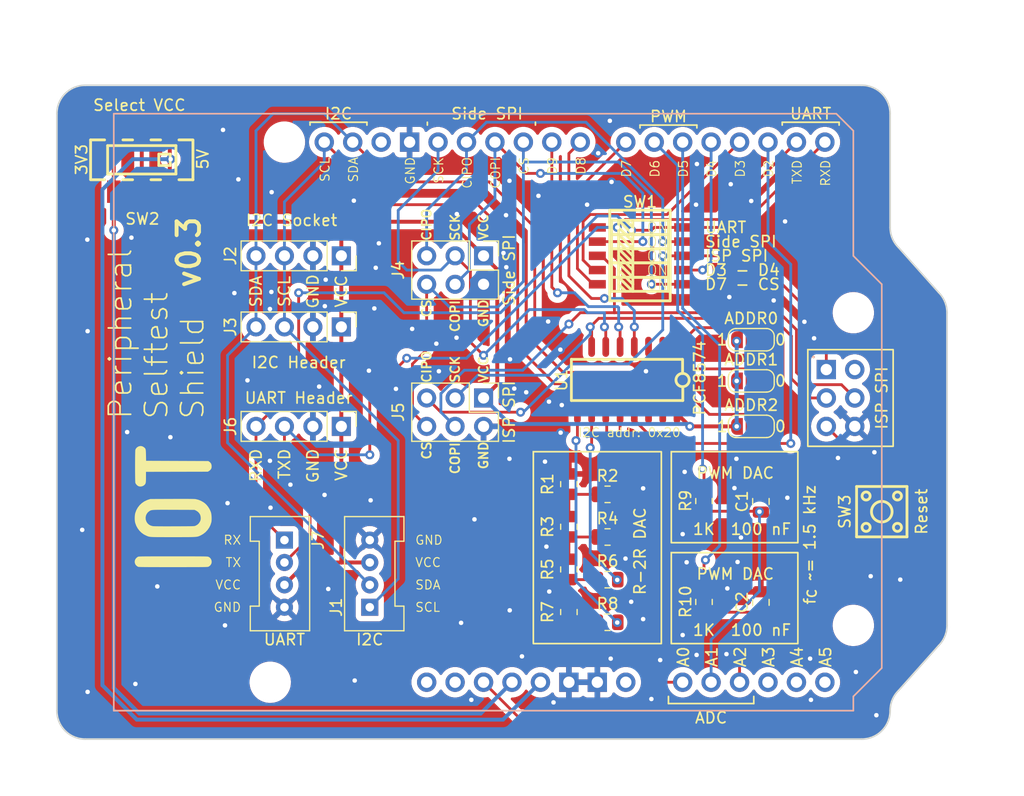
<source format=kicad_pcb>
(kicad_pcb (version 20221018) (generator pcbnew)
  (layers (0 "F.Cu" signal) (31 "B.Cu" signal) (34 "B.Paste" user) (35 "F.Paste" user) (36 "B.SilkS" user "B.Silkscreen") (37 "F.SilkS" user "F.Silkscreen") (38 "B.Mask" user) (39 "F.Mask" user) (44 "Edge.Cuts" user))
  (net 0 "")
  (net 1 "GND")
  (net 2 "/IOEXT_ADDR0")
  (net 3 "VCC")
  (net 4 "/IOEXT_ADDR1")
  (net 5 "/IOEXT_ADDR2")
  (net 6 "Net-(R1-Pad2)")
  (net 7 "/A2")
  (net 8 "Net-(R3-Pad2)")
  (net 9 "/R-2R_3")
  (net 10 "Net-(R5-Pad2)")
  (net 11 "/R-2R_2")
  (net 12 "/A0")
  (net 13 "/R-2R_1")
  (net 14 "/R-2R_0")
  (net 15 "/PWM0")
  (net 16 "/PWM1")
  (net 17 "/A5")
  (net 18 "/A1")
  (net 19 "/D9")
  (net 20 "/TXD")
  (net 21 "/RXD")
  (net 22 "/COPI_0")
  (net 23 "/CIPO_0")
  (net 24 "/COPI_1")
  (net 25 "/CIPO_1")
  (net 26 "/D3")
  (net 27 "/D8")
  (net 28 "/CS")
  (net 29 "/D4")
  (net 30 "+3.3V")
  (net 31 "+5V")
  (net 32 "/RST")
  (net 33 "/D7")
  (net 34 "/A4")
  (net 35 "/IOEXT_INT")
  (net 36 "/SCL")
  (net 37 "/SDA")
  (net 39 "/SCK_0")
  (net 41 "/SCK_1")
  (net 43 "/A3")
  (footprint "Custom Footprints:grove_uart" (layer "F.Cu") (at 106.68 86.82 -90)
    (fp_text reference "J7")
    (fp_text value "UART Grove")
  )
  (footprint "Resistor_SMD:R_0805_2012Metric" (layer "F.Cu") (at 135.5325 83.5425)
    (fp_text reference "R4")
    (fp_text value "20K" hide)
  )
  (footprint "Custom Footprints:SOIC-16_L9.9-W3.9-P1.27-LS6.0-BL-1" (layer "F.Cu") (at 137.282 69.518 180)
    (fp_text reference "U1")
    (fp_text value "PCF8574")
  )
  (footprint "Resistor_SMD:R_0805_2012Metric" (layer "F.Cu") (at 132.08 82.63 -90)
    (fp_text reference "R3")
    (fp_text value "10K" hide)
  )
  (footprint "Custom Footprints:RIOT-Logo" (layer "F.Cu") (at 96.774 83.312 90)
    (fp_text reference "G***" hide)
    (fp_text value "RIOT-Logo" hide)
  )
  (footprint "Connector_PinHeader_2.54mm:PinHeader_1x04_P2.54mm_Vertical" (layer "F.Cu") (at 111.76 64.77 -90)
    (fp_text reference "J3")
    (fp_text value "I2C Header")
  )
  (footprint "Custom Footprints:Arduino_Uno_R3_Shield" (layer "F.Cu") (at 91.44 99.06)
    (fp_text reference "XA1" hide)
    (fp_text value "Arduino_Uno_R3_Shield")
  )
  (footprint "Resistor_SMD:R_0805_2012Metric" (layer "F.Cu") (at 132.08 78.82 -90)
    (fp_text reference "R1")
    (fp_text value "20K" hide)
  )
  (footprint "Resistor_SMD:R_0805_2012Metric" (layer "F.Cu") (at 135.5325 87.3525)
    (fp_text reference "R6")
    (fp_text value "20K" hide)
  )
  (footprint "Resistor_SMD:R_0805_2012Metric" (layer "F.Cu") (at 132.08 86.44 -90)
    (fp_text reference "R5")
    (fp_text value "10K" hide)
  )
  (footprint "Connector_PinHeader_2.54mm:PinHeader_2x03_P2.54mm_Vertical" (layer "F.Cu") (at 124.46 71.12 -90)
    (fp_text reference "J5")
    (fp_text value "ISP SPI")
  )
  (footprint "Custom Footprints:grove_i2c" (layer "F.Cu") (at 114.3 86.82 90)
    (fp_text reference "J1")
    (fp_text value "I2C Grove")
  )
  (footprint "Custom Footprints:SW-SMD_10P_DSHP05TSGET" (layer "F.Cu") (at 138.43 58.42 90)
    (fp_text reference "SW1")
    (fp_text value "DSHP05TSGER")
  )
  (footprint "Resistor_SMD:R_0805_2012Metric" (layer "F.Cu") (at 135.5325 91.1625)
    (fp_text reference "R8")
    (fp_text value "20K" hide)
  )
  (footprint "Custom Footprints:SW-TH_K3-2235S-L1" (layer "F.Cu") (at 93.94 49.84 180)
    (fp_text reference "SW2")
    (fp_text value "K3-2235S-L1")
  )
  (footprint "Jumper:SolderJumper-3_P1.3mm_Bridged12_RoundedPad1.0x1.5mm_NumberLabels" (layer "F.Cu") (at 148.366 69.596 180)
    (fp_text reference "JP2" hide)
    (fp_text value "ADDR1")
  )
  (footprint "Connector_PinHeader_2.54mm:PinHeader_1x04_P2.54mm_Vertical" (layer "F.Cu") (at 111.76 73.66 -90)
    (fp_text reference "J6")
    (fp_text value "UART Header")
  )
  (footprint "Connector_PinHeader_2.54mm:PinHeader_2x03_P2.54mm_Vertical" (layer "F.Cu") (at 124.46 58.42 -90)
    (fp_text reference "J4")
    (fp_text value "Side SPI")
  )
  (footprint "Resistor_SMD:R_0805_2012Metric" (layer "F.Cu") (at 144.145 89.347 -90)
    (fp_text reference "R10")
    (fp_text value "1K")
  )
  (footprint "Resistor_SMD:R_0805_2012Metric" (layer "F.Cu") (at 144.145 80.33 -90)
    (fp_text reference "R9")
    (fp_text value "1K")
  )
  (footprint "Connector_PinSocket_2.54mm:PinSocket_1x04_P2.54mm_Vertical" (layer "F.Cu") (at 111.76 58.42 -90)
    (fp_text reference "J2")
    (fp_text value "I2C Socket")
  )
  (footprint "Jumper:SolderJumper-3_P1.3mm_Bridged12_RoundedPad1.0x1.5mm_NumberLabels" (layer "F.Cu") (at 148.366 73.66 180)
    (fp_text reference "JP3" hide)
    (fp_text value "ADDR2")
  )
  (footprint "Resistor_SMD:R_0805_2012Metric" (layer "F.Cu") (at 135.5325 79.7325)
    (fp_text reference "R2")
    (fp_text value "20K" hide)
  )
  (footprint "Capacitor_SMD:C_0805_2012Metric" (layer "F.Cu") (at 149.225 89.3845 90)
    (fp_text reference "C2")
    (fp_text value "100 nF")
  )
  (footprint "Resistor_SMD:R_0805_2012Metric" (layer "F.Cu") (at 132.08 90.25 -90)
    (fp_text reference "R7")
    (fp_text value "10K" hide)
  )
  (footprint "Custom Footprints:SW-SMD_4P-L4.5-W4.5-P3.00-LS6.8" (layer "F.Cu") (at 160.02 81.28 90)
    (fp_text reference "SW3")
    (fp_text value "Reset")
  )
  (footprint "Capacitor_SMD:C_0805_2012Metric" (layer "F.Cu") (at 149.225 80.3675 90)
    (fp_text reference "C1")
    (fp_text value "100 nF")
  )
  (footprint "Jumper:SolderJumper-3_P1.3mm_Bridged12_RoundedPad1.0x1.5mm_NumberLabels" (layer "F.Cu") (at 148.366 65.913 180)
    (fp_text reference "JP1" hide)
    (fp_text value "ADDR0")
  )
  (gr_line (start 143.51 46.736) (end 143.51 46.99) (stroke (width 0.15)) (layer "F.SilkS"))
  (gr_line (start 138.43 46.99) (end 138.43 46.736) (stroke (width 0.15)) (layer "F.SilkS"))
  (gr_line (start 140.97 97.79) (end 140.97 98.425) (stroke (width 0.15)) (layer "F.SilkS"))
  (gr_rect (start 141.224 84.9395) (end 152.527 93.0675) (stroke (width 0.15)) (fill none) (layer "F.SilkS"))
  (gr_rect (start 141.224 75.9225) (end 152.527 84.0505) (stroke (width 0.15)) (fill none) (layer "F.SilkS"))
  (gr_line (start 129.093 46.482) (end 129.093 46.736) (stroke (width 0.15)) (layer "F.SilkS"))
  (gr_line (start 151.13 46.482) (end 156.21 46.482) (stroke (width 0.15)) (layer "F.SilkS"))
  (gr_line (start 119.441 46.736) (end 119.441 46.482) (stroke (width 0.15)) (layer "F.SilkS"))
  (gr_rect (start 153.416 66.802) (end 161.036 75.438) (stroke (width 0.15)) (fill none) (layer "F.SilkS"))
  (gr_line (start 156.21 46.482) (end 156.21 46.736) (stroke (width 0.15)) (layer "F.SilkS"))
  (gr_rect (start 128.905 75.9225) (end 140.335 93.0675) (stroke (width 0.15)) (fill none) (layer "F.SilkS"))
  (gr_line (start 108.966 46.736) (end 108.966 46.482) (stroke (width 0.15)) (layer "F.SilkS"))
  (gr_line (start 151.13 46.736) (end 151.13 46.482) (stroke (width 0.15)) (layer "F.SilkS"))
  (gr_line (start 148.59 98.425) (end 148.59 97.79) (stroke (width 0.15)) (layer "F.SilkS"))
  (gr_line (start 140.97 98.425) (end 148.59 98.425) (stroke (width 0.15)) (layer "F.SilkS"))
  (gr_line (start 108.966 46.482) (end 114.046 46.482) (stroke (width 0.15)) (layer "F.SilkS"))
  (gr_line (start 114.046 46.482) (end 114.046 46.736) (stroke (width 0.15)) (layer "F.SilkS"))
  (gr_line (start 138.43 46.736) (end 143.51 46.736) (stroke (width 0.15)) (layer "F.SilkS"))
  (gr_line (start 165.1 93.236051) (end 161.507898 97.263949) (stroke (width 0.15)) (layer "Edge.Cuts"))
  (gr_arc (start 160.763949 99.06) (mid 160.957295 98.087984) (end 161.507898 97.263949) (stroke (width 0.15)) (layer "Edge.Cuts"))
  (gr_line (start 88.9 43.18) (end 158.223949 43.18) (stroke (width 0.15)) (layer "Edge.Cuts"))
  (gr_line (start 86.36 99.06) (end 86.36 45.72) (stroke (width 0.15)) (layer "Edge.Cuts"))
  (gr_line (start 161.507898 57.676051) (end 165.1 61.703949) (stroke (width 0.15)) (layer "Edge.Cuts"))
  (gr_arc (start 165.843949 91.44) (mid 165.650603 92.412016) (end 165.1 93.236051) (stroke (width 0.15)) (layer "Edge.Cuts"))
  (gr_arc (start 160.763949 99.06) (mid 160.02 100.856051) (end 158.223949 101.6) (stroke (width 0.15)) (layer "Edge.Cuts"))
  (gr_arc (start 86.36 45.72) (mid 87.103949 43.923949) (end 88.9 43.18) (stroke (width 0.15)) (layer "Edge.Cuts"))
  (gr_arc (start 158.223949 43.18) (mid 160.02 43.923949) (end 160.763949 45.72) (stroke (width 0.15)) (layer "Edge.Cuts"))
  (gr_arc (start 165.1 61.703949) (mid 165.650603 62.527984) (end 165.843949 63.5) (stroke (width 0.15)) (layer "Edge.Cuts"))
  (gr_line (start 158.223949 101.6) (end 88.9 101.6) (stroke (width 0.15)) (layer "Edge.Cuts"))
  (gr_arc (start 161.507898 57.676051) (mid 160.957295 56.852016) (end 160.763949 55.88) (stroke (width 0.15)) (layer "Edge.Cuts"))
  (gr_line (start 165.843949 63.5) (end 165.843949 91.44) (stroke (width 0.15)) (layer "Edge.Cuts"))
  (gr_line (start 160.763949 55.88) (end 160.763949 45.72) (stroke (width 0.15)) (layer "Edge.Cuts"))
  (gr_arc (start 88.9 101.6) (mid 87.103949 100.856051) (end 86.36 99.06) (stroke (width 0.15)) (layer "Edge.Cuts"))
  (gr_text "v0.3" (at 99.314 61.468 90) (layer "F.SilkS") (effects (font (size 2 2) (thickness 0.35) bold) (justify left bottom)))
  (gr_text "CS" (at 119.38 74.93 90) (layer "F.SilkS") (effects (font (size 0.8 0.8) (thickness 0.16) bold) (justify right)))
  (gr_text "D5" (at 142.301 49.784 90) (layer "F.SilkS") (effects (font (size 0.8 0.8) (thickness 0.1)) (justify right)))
  (gr_text "CS" (at 119.38 62.23 90) (layer "F.SilkS") (effects (font (size 0.8 0.8) (thickness 0.16) bold) (justify right)))
  (gr_text "CIPO" (at 122.997 49.53 90) (layer "F.SilkS") (effects (font (size 0.8 0.8) (thickness 0.1)) (justify right)))
  (gr_text "GND" (at 124.46 62.23 90) (layer "F.SilkS") (effects (font (size 0.8 0.8) (thickness 0.16) bold) (justify right)))
  (gr_text "VCC" (at 124.46 57.09 90) (layer "F.SilkS") (effects (font (size 0.8 0.8) (thickness 0.16) bold) (justify left)))
  (gr_text "COPI" (at 121.92 62.29 90) (layer "F.SilkS") (effects (font (size 0.8 0.8) (thickness 0.16) bold) (justify right)))
  (gr_text "D8" (at 133.157 49.53 90) (layer "F.SilkS") (effects (font (size 0.8 0.8) (thickness 0.1)) (justify right)))
  (gr_text "VCC" (at 111.76 61.595 90) (layer "F.SilkS") (effects (font (size 1 1))))
  (gr_text "5V" (at 98.806 49.784 90) (layer "F.SilkS") (effects (font (size 1 1)) (justify top)))
  (gr_text "ISP SPI" (at 144.145 58.42) (layer "F.SilkS") (effects (font (size 1 1)) (justify left)))
  (gr_text "GND" (at 109.22 75.565 90) (layer "F.SilkS") (effects (font (size 1 1)) (justify right)))
  (gr_text "CIPO" (at 119.38 69.85 90) (layer "F.SilkS") (effects (font (size 0.8 0.8) (thickness 0.16) bold) (justify left)))
  (gr_text "D6" (at 139.761 49.784 90) (layer "F.SilkS") (effects (font (size 0.8 0.8) (thickness 0.1)) (justify right)))
  (gr_text "CIPO" (at 119.38 57.15 90) (layer "F.SilkS") (effects (font (size 0.8 0.8) (thickness 0.16) bold) (justify left)))
  (gr_text "SCL" (at 106.68 61.595 90) (layer "F.SilkS") (effects (font (size 1 1))))
  (gr_text "D2" (at 149.921 49.784 90) (layer "F.SilkS") (effects (font (size 0.8 0.8) (thickness 0.1)) (justify right)))
  (gr_text "SDA" (at 104.14 61.595 90) (layer "F.SilkS") (effects (font (size 1 1))))
  (gr_text "3V3" (at 89.154 49.81 90) (layer "F.SilkS") (effects (font (size 1 1)) (justify bottom)))
  (gr_text "Select VCC" (at 93.726 44.958) (layer "F.SilkS") (effects (font (size 1 1))))
  (gr_text "I2C" (at 111.506 45.72) (layer "F.SilkS") (effects (font (size 1 1))))
  (gr_text "A4" (at 152.461 95.25 90) (layer "F.SilkS") (effects (font (size 1 1)) (justify left)))
  (gr_text "SCK" (at 121.92 57.15 90) (layer "F.SilkS") (effects (font (size 0.8 0.8) (thickness 0.16) bold) (justify left)))
  (gr_text "RXD" (at 155.001 49.784 90) (layer "F.SilkS") (effects (font (size 0.8 0.8) (thickness 0.1)) (justify right)))
  (gr_text "Peripheral\nSelftest\nShield" (at 95.25 73.152 90) (layer "F.SilkS") (effects (font (size 2 2)) (justify left)))
  (gr_text "PWM DAC" (at 146.939 86.8445) (layer "F.SilkS") (effects (font (size 1 1))))
  (gr_text "R-2R DAC" (at 138.43 84.8125 90) (layer "F.SilkS") (effects (font (size 1 1))))
  (gr_text "VCC" (at 111.76 75.565 90) (layer "F.SilkS") (effects (font (size 1 1)) (justify right)))
  (gr_text "RXD" (at 104.14 75.565 90) (layer "F.SilkS") (effects (font (size 1 1)) (justify right)))
  (gr_text "A5" (at 155.001 95.25 90) (layer "F.SilkS") (effects (font (size 1 1)) (justify left)))
  (gr_text "CS" (at 128.077 49.53 90) (layer "F.SilkS") (effects (font (size 0.8 0.8) (thickness 0.1)) (justify right)))
  (gr_text "A1" (at 144.841 95.25 90) (layer "F.SilkS") (effects (font (size 1 1)) (justify left)))
  (gr_text "D3 - D4" (at 144.145 59.69) (layer "F.SilkS") (effects (font (size 1 1)) (justify left)))
  (gr_text "D9" (at 130.617 49.53 90) (layer "F.SilkS") (effects (font (size 0.8 0.8) (thickness 0.1)) (justify right)))
  (gr_text "ADC" (at 144.78 99.695) (layer "F.SilkS") (effects (font (size 1 1))))
  (gr_text "PWM DAC" (at 146.939 77.8275) (layer "F.SilkS") (effects (font (size 1 1))))
  (gr_text "D3" (at 147.381 49.784 90) (layer "F.SilkS") (effects (font (size 0.8 0.8) (thickness 0.1)) (justify right)))
  (gr_text "SCL" (at 110.297 49.53 90) (layer "F.SilkS") (effects (font (size 0.8 0.8) (thickness 0.1)) (justify right)))
  (gr_text "I2C addr: 0x20" (at 132.842 74.676) (layer "F.SilkS") (effects (font (size 0.8 0.8) (thickness 0.1)) (justify left bottom)))
  (gr_text "VCC" (at 124.46 69.79 90) (layer "F.SilkS") (effects (font (size 0.8 0.8) (thickness 0.16) bold) (justify left)))
  (gr_text "A0" (at 142.301 95.25 90) (layer "F.SilkS") (effects (font (size 1 1)) (justify left)))
  (gr_text "D7" (at 137.221 49.784 90) (layer "F.SilkS") (effects (font (size 0.8 0.8) (thickness 0.1)) (justify right)))
  (gr_text "UART" (at 153.67 45.72) (layer "F.SilkS") (effects (font (size 1 1))))
  (gr_text "A2" (at 147.381 95.25 90) (layer "F.SilkS") (effects (font (size 1 1)) (justify left)))
  (gr_text "UART" (at 144.145 55.88) (layer "F.SilkS") (effects (font (size 1 1)) (justify left)))
  (gr_text "Side SPI" (at 124.775 45.72) (layer "F.SilkS") (effects (font (size 1 1))))
  (gr_text "SDA" (at 112.837 49.53 90) (layer "F.SilkS") (effects (font (size 0.8 0.8) (thickness 0.1)) (justify right)))
  (gr_text "COPI" (at 121.92 74.99 90) (layer "F.SilkS") (effects (font (size 0.8 0.8) (thickness 0.16) bold) (justify right)))
  (gr_text "D4" (at 144.841 49.784 90) (layer "F.SilkS") (effects (font (size 0.8 0.8) (thickness 0.1)) (justify right)))
  (gr_text "ISP SPI" (at 160.02 71.12 90) (layer "F.SilkS") (effects (font (size 1 1))))
  (gr_text "SCK" (at 121.92 69.85 90) (layer "F.SilkS") (effects (font (size 0.8 0.8) (thickness 0.16) bold) (justify left)))
  (gr_text "COPI" (at 125.537 49.53 90) (layer "F.SilkS") (effects (font (size 0.8 0.8) (thickness 0.1)) (justify right)))
  (gr_text "Side SPI" (at 144.145 57.15) (layer "F.SilkS") (effects (font (size 1 1)) (justify left)))
  (gr_text "GND" (at 124.46 74.93 90) (layer "F.SilkS") (effects (font (size 0.8 0.8) (thickness 0.16) bold) (justify right)))
  (gr_text "GND" (at 117.917 49.53 90) (layer "F.SilkS") (effects (font (size 0.8 0.8) (thickness 0.1)) (justify right)))
  (gr_text "PWM" (at 140.97 45.974) (layer "F.SilkS") (effects (font (size 1 1))))
  (gr_text "SCK" (at 120.457 49.53 90) (layer "F.SilkS") (effects (font (size 0.8 0.8) (thickness 0.1)) (justify right)))
  (gr_text "GND" (at 109.22 61.595 90) (layer "F.SilkS") (effects (font (size 1 1))))
  (gr_text "f_{C} ~= 1.5 kHz" (at 154.178 89.662 90) (layer "F.SilkS") (effects (font (size 1 1)) (justify left bottom)))
  (gr_text "TXD" (at 106.68 75.565 90) (layer "F.SilkS") (effects (font (size 1 1)) (justify right)))
  (gr_text "TXD" (at 152.461 49.784 90) (layer "F.SilkS") (effects (font (size 0.8 0.8) (thickness 0.1)) (justify right)))
  (gr_text "A3" (at 149.921 95.25 90) (layer "F.SilkS") (effects (font (size 1 1)) (justify left)))
  (gr_text "D7 - CS" (at 144.145 60.96) (layer "F.SilkS") (effects (font (size 1 1)) (justify left)))
  (via (at 159.0294 87.0458) (size 0.8) (drill 0.4) (layers "F.Cu" "B.Cu") (net 1))
  (via (at 118.0846 64.9478) (size 0.8) (drill 0.4) (layers "F.Cu" "B.Cu") (net 1))
  (via (at 130.302 71.4502) (size 0.8) (drill 0.4) (layers "F.Cu" "B.Cu") (net 1))
  (via (at 159.3596 75.9714) (size 0.8) (drill 0.4) (layers "F.Cu" "B.Cu") (net 1))
  (via (at 122.047 65.7352) (size 0.8) (drill 0.4) (layers "F.Cu" "B.Cu") (net 1))
  (via (at 126.7714 51.7144) (size 0.8) (drill 0.4) (layers "F.Cu" "B.Cu") (net 1))
  (via (at 153.1112 64.3128) (size 0.8) (drill 0.4) (layers "F.Cu" "B.Cu") (net 1))
  (via (at 122.4534 91.2114) (size 0.8) (drill 0.4) (layers "F.Cu" "B.Cu") (net 1))
  (via (at 143.4846 94.0816) (size 0.8) (drill 0.4) (layers "F.Cu" "B.Cu") (net 1))
  (via (at 112.8776 53.4924) (size 0.8) (drill 0.4) (layers "F.Cu" "B.Cu") (net 1))
  (via (at 143.4338 53.848) (size 0.8) (drill 0.4) (layers "F.Cu" "B.Cu") (net 1))
  (via (at 110.5916 88.1888) (size 0.8) (drill 0.4) (layers "F.Cu" "B.Cu") (net 1))
  (via (at 114.2238 68.6816) (size 0.8) (drill 0.4) (layers "F.Cu" "B.Cu") (net 1))
  (via (at 105.4354 80.9244) (size 0.8) (drill 0.4) (layers "F.Cu" "B.Cu") (net 1))
  (via (at 134.6962 49.2506) (size 0.8) (drill 0.4) (layers "F.Cu" "B.Cu") (net 1))
  (via (at 110.2868 62.9158) (size 0.8) (drill 0.4) (layers "F.Cu" "B.Cu") (net 1))
  (via (at 135.89 51.816) (size 0.8) (drill 0.4) (layers "F.Cu" "B.Cu") (net 1))
  (via (at 147.0406 76.5556) (size 0.8) (drill 0.4) (layers "F.Cu" "B.Cu") (net 1))
  (via (at 101.3714 91.44) (size 0.8) (drill 0.4) (layers "F.Cu" "B.Cu") (net 1))
  (via (at 127.889 94.2086) (size 0.8) (drill 0.4) (layers "F.Cu" "B.Cu") (net 1))
  (via (at 151.5872 80.0354) (size 0.8) (drill 0.4) (layers "F.Cu" "B.Cu") (net 1))
  (via (at 129.9464 76.8096) (size 0.8) (drill 0.4) (layers "F.Cu" "B.Cu") (net 1))
  (via (at 130.3274 88.4174) (size 0.8) (drill 0.4) (layers "F.Cu" "B.Cu") (net 1))
  (via (at 142.24 92.3036) (size 0.8) (drill 0.4) (layers "F.Cu" "B.Cu") (net 1))
  (via (at 131.318 66.802) (size 0.8) (drill 0.4) (layers "F.Cu" "B.Cu") (net 1))
  (via (at 114.7064 63.119) (size 0.8) (drill 0.4) (layers "F.Cu" "B.Cu") (net 1))
  (via (at 107.2134 78.867) (size 0.8) (drill 0.4) (layers "F.Cu" "B.Cu") (net 1))
  (via (at 101.6 80.518) (size 0.8) (drill 0.4) (layers "F.Cu" "B.Cu") (net 1))
  (via (at 122.0724 54.6862) (size 0.8) (drill 0.4) (layers "F.Cu" "B.Cu") (net 1))
  (via (at 146.1516 94.0054) (size 0.8) (drill 0.4) (layers "F.Cu" "B.Cu") (net 1))
  (via (at 105.3846 63.1698) (size 0.8) (drill 0.4) (layers "F.Cu" "B.Cu") (net 1))
  (via (at 126.7714 76.5556) (size 0.8) (drill 0.4) (layers "F.Cu" "B.Cu") (net 1))
  (via (at 150.368 62.4078) (size 0.8) (drill 0.4) (layers "F.Cu" "B.Cu") (net 1))
  (via (at 142.4178 77.724) (size 0.8) (drill 0.4) (layers "F.Cu" "B.Cu") (net 1))
  (via (at 102.2096 61.7474) (size 0.8) (drill 0.4) (layers "F.Cu" "B.Cu") (net 1))
  (via (at 128.27 70.612) (size 0.8) (drill 0.4) (layers "F.Cu" "B.Cu") (net 1))
  (via (at 126.492 59.436) (size 0.8) (drill 0.4) (layers "F.Cu" "B.Cu") (net 1))
  (via (at 123.6472 81.9658) (size 0.8) (drill 0.4) (layers "F.Cu" "B.Cu") (net 1))
  (via (at 93.3704 96.6724) (size 0.8) (drill 0.4) (layers "F.Cu" "B.Cu") (net 1))
  (via (at 142.24 83.2866) (size 0.8) (drill 0.4) (layers "F.Cu" "B.Cu") (net 1))
  (via (at 93.0148 56.7944) (size 0.8) (drill 0.4) (layers "F.Cu" "B.Cu") (net 1))
  (via (at 105.5116 61.6458) (size 0.8) (drill 0.4) (layers "F.Cu" "B.Cu") (net 1))
  (via (at 110.363 60.5536) (size 0.8) (drill 0.4) (layers "F.Cu" "B.Cu") (net 1))
  (via (at 126.7968 90.0938) (size 0.8) (drill 0.4) (layers "F.Cu" "B.Cu") (net 1))
  (via (at 120.2436 66.2686) (size 0.8) (drill 0.4) (layers "F.Cu" "B.Cu") (net 1))
  (via (at 114.3762 80.264) (size 0.8) (drill 0.4) (layers "F.Cu" "B.Cu") (net 1))
  (via (at 102.5652 51.5874) (size 0.8) (drill 0.4) (layers "F.Cu" "B.Cu") (net 1))
  (via (at 146.8628 79.1718) (size 0.8) (drill 0.4) (layers "F.Cu" "B.Cu") (net 1))
  (via (at 126.8222 67.6656) (size 0.8) (drill 0.4) (layers "F.Cu" "B.Cu") (net 1))
  (via (at 89.0778 56.9722) (size 0.8) (drill 0.4) (layers "F.Cu" "B.Cu") (net 1))
  (via (at 137.1346 85.471) (size 0.8) (drill 0.4) (layers "F.Cu" "B.Cu") (net 1))
  (via (at 138.9634 68.7324) (size 0.8) (drill 0.4) (layers "F.Cu" "B.Cu") (net 1))
  (via (at 131.3434 74.2188) (size 0.8) (drill 0.4) (layers "F.Cu" "B.Cu") (net 1))
  (via (at 101.1936 47.1678) (size 0.8) (drill 0.4) (layers "F.Cu" "B.Cu") (net 1))
  (via (at 146.2278 88.138) (size 0.8) (drill 0.4) (layers "F.Cu" "B.Cu") (net 1))
  (via (at 153.6954 98.0948) (size 0.8) (drill 0.4) (layers "F.Cu" "B.Cu") (net 1))
  (via (at 114.8334 59.4868) (size 0.8) (drill 0.4) (layers "F.Cu" "B.Cu") (net 1))
  (via (at 109.7788 70.104) (size 0.8) (drill 0.4) (layers "F.Cu" "B.Cu") (net 1))
  (via (at 147.447 83.5914) (size 0.8) (drill 0.4) (layers "F.Cu" "B.Cu") (net 1))
  (via (at 115.1128 57.3024) (size 0.8) (drill 0.4) (layers "F.Cu" "B.Cu") (net 1))
  (via (at 89.1032 65.151) (size 0.8) (drill 0.4) (layers "F.Cu" "B.Cu") (net 1))
  (via (at 120.4722 68.7324) (size 0.8) (drill 0.4) (layers "F.Cu" "B.Cu") (net 1))
  (via (at 110.2614 79.7814) (size 0.8) (drill 0.4) (layers "F.Cu" "B.Cu") (net 1))
  (via (at 151.384 55.3466) (size 0.8) (drill 0.4) (layers "F.Cu" "B.Cu") (net 1))
  (via (at 156.1084 76.4794) (size 0.8) (drill 0.4) (layers "F.Cu" "B.Cu") (net 1))
  (via (at 137.6426 89.3318) (size 0.8) (drill 0.4) (layers "F.Cu" "B.Cu") (net 1))
  (via (at 88.6206 82.9056) (size 0.8) (drill 0.4) (layers "F.Cu" "B.Cu") (net 1))
  (via (at 143.51 50.2158) (size 0.8) (drill 0.4) (layers "F.Cu" "B.Cu") (net 1))
  (via (at 126.4666 54.7878) (size 0.8) (drill 0.4) (layers "F.Cu" "B.Cu") (net 1))
  (via (at 146.4056 62.103) (size 0.8) (drill 0.4) (layers "F.Cu" "B.Cu") (net 1))
  (via (at 139.446 98.0186) (size 0.8) (drill 0.4) (layers "F.Cu" "B.Cu") (net 1))
  (via (at 153.6192 94.4118) (size 0.8) (drill 0.4) (layers "F.Cu" "B.Cu") (net 1))
  (via (at 105.3846 76.7334) (size 0.8) (drill 0.4) (layers "F.Cu" "B.Cu") (net 1))
  (via (at 89.1032 97.3836) (size 0.8) (drill 0.4) (layers "F.Cu" "B.Cu") (net 1))
  (via (at 92.6338 74.168) (size 0.8) (drill 0.4) (layers "F.Cu" "B.Cu") (net 1))
  (via (at 135.7376 46.355) (size 0.8) (drill 0.4) (layers "F.Cu" "B.Cu") (net 1))
  (via (at 129.3622 53.0606) (size 0.8) (drill 0.4) (layers "F.Cu" "B.Cu") (net 1))
  (via (at 127.2032 70.2818) (size 0.8) (drill 0.4) (layers "F.Cu" "B.Cu") (net 1))
  (via (at 130.7084 98.3234) (size 0.8) (drill 0.4) (layers "F.Cu" "B.Cu") (net 1))
  (via (at 153.9748 65.786) (size 0.8) (drill 0.4) (layers "F.Cu" "B.Cu") (net 1))
  (via (at 138.7094 90.8812) (size 0.8) (drill 0.4) (layers "F.Cu" "B.Cu") (net 1))
  (via (at 116.6368 70.3072) (size 0.8) (drill 0.4) (layers "F.Cu" "B.Cu") (net 1))
  (via (at 135.8138 94.4118) (size 0.8) (drill 0.4) (layers "F.Cu" "B.Cu") (net 1))
  (via (at 130.2258 64.2874) (size 0.8) (drill 0.4) (layers "F.Cu" "B.Cu") (net 1))
  (via (at 131.445 71.755) (size 0.8) (drill 0.4) (layers "F.Cu" "B.Cu") (net 1))
  (via (at 103.378 69.5452) (size 0.8) (drill 0.4) (layers "F.Cu" "B.Cu") (net 1))
  (via (at 130.0734 84.4042) (size 0.8) (drill 0.4) (layers "F.Cu" "B.Cu") (net 1))
  (via (at 105.537 52.7304) (size 0.8) (drill 0.4) (layers "F.Cu" "B.Cu") (net 1))
  (via (at 146.5326 52.0192) (size 0.8) (drill 0.4) (layers "F.Cu" "B.Cu") (net 1))
  (via (at 159.5374 99.4664) (size 0.8) (drill 0.4) (layers "F.Cu" "B.Cu") (net 1))
  (via (at 161.671 87.3506) (size 0.8) (drill 0.4) (layers "F.Cu" "B.Cu") (net 1))
  (via (at 112.9538 96.3676) (size 0.8) (drill 0.4) (layers "F.Cu" "B.Cu") (net 1))
  (via (at 126.238 58.166) (size 0.8) (drill 0.4) (layers "F.Cu" "B.Cu") (net 1))
  (via (at 123.3678 98.0948) (size 0.8) (drill 0.4) (layers "F.Cu" "B.Cu") (net 1))
  (via (at 138.7094 79.1972) (size 0.8) (drill 0.4) (layers "F.Cu" "B.Cu") (net 1))
  (via (at 95.3262 87.9602) (size 0.8) (drill 0.4) (layers "F.Cu" "B.Cu") (net 1))
  (via (at 140.2334 94.5388) (size 0.8) (drill 0.4) (layers "F.Cu" "B.Cu") (net 1))
  (via (at 147.1422 85.7758) (size 0.8) (drill 0.4) (layers "F.Cu" "B.Cu") (net 1))
  (via (at 133.7056 53.848) (size 0.8) (drill 0.4) (layers "F.Cu" "B.Cu") (net 1))
  (via (at 142.5956 85.8012) (size 0.8) (drill 0.4) (layers "F.Cu" "B.Cu") (net 1))
  (via (at 148.3614 53.5178) (size 0.8) (drill 0.4) (layers "F.Cu" "B.Cu") (net 1))
  (via (at 157.7086 95.6056) (size 0.8) (drill 0.4) (layers "F.Cu" "B.Cu") (net 1))
  (via (at 96.4946 74.6252) (size 0.8) (drill 0.4) (layers "F.Cu" "B.Cu") (net 1))
  (segment (start 148.15 64.838) (end 148.366 65.054) (width 0.25) (layer "F.Cu") (net 2))
  (segment (start 141.732 66.548) (end 143.442 64.838) (width 0.25) (layer "F.Cu") (net 2))
  (segment (start 148.366 65.054) (end 148.366 65.913) (width 0.25) (layer "F.Cu") (net 2))
  (segment (start 143.442 64.838) (end 148.15 64.838) (width 0.25) (layer "F.Cu") (net 2))
  (segment (start 111.76 73.66) (end 111.76 85.82) (width 0.35) (layer "F.Cu") (net 3))
  (segment (start 125.685 59.645) (end 125.685 69.895) (width 0.35) (layer "F.Cu") (net 3))
  (segment (start 93.94 52.69) (end 96.622 55.372) (width 0.35) (layer "F.Cu") (net 3))
  (segment (start 96.622 55.372) (end 111.76 55.372) (width 0.35) (layer "F.Cu") (net 3))
  (segment (start 93.94 46.99) (end 93.94 52.69) (width 0.35) (layer "F.Cu") (net 3))
  (segment (start 142.875 73.66) (end 147.066 73.66) (width 0.35) (layer "F.Cu") (net 3))
  (segment (start 124.46 58.42) (end 125.685 59.645) (width 0.35) (layer "F.Cu") (net 3))
  (segment (start 114.3 85.82) (end 111.76 85.82) (width 0.35) (layer "F.Cu") (net 3))
  (segment (start 125.685 69.895) (end 124.46 71.12) (width 0.35) (layer "F.Cu") (net 3))
  (segment (start 121.412 55.372) (end 124.46 58.42) (width 0.35) (layer "F.Cu") (net 3))
  (segment (start 111.76 55.372) (end 121.412 55.372) (width 0.35) (layer "F.Cu") (net 3))
  (segment (start 108.68 85.82) (end 106.68 87.82) (width 0.35) (layer "F.Cu") (net 3))
  (segment (start 141.732 72.488) (end 141.732 72.517) (width 0.35) (layer "F.Cu") (net 3))
  (segment (start 111.76 85.82) (end 108.68 85.82) (width 0.35) (layer "F.Cu") (net 3))
  (segment (start 111.76 64.77) (end 111.76 73.66) (width 0.35) (layer "F.Cu") (net 3))
  (segment (start 141.732 72.517) (end 142.875 73.66) (width 0.35) (layer "F.Cu") (net 3))
  (segment (start 111.76 58.42) (end 111.76 55.372) (width 0.35) (layer "F.Cu") (net 3))
  (segment (start 111.76 58.42) (end 111.76 64.77) (width 0.35) (layer "F.Cu") (net 3))
  (via (at 147.066 69.596) (size 0.8) (drill 0.4) (layers "F.Cu" "B.Cu") (net 3))
  (via (at 142.875 73.66) (size 0.8) (drill 0.4) (layers "F.Cu" "B.Cu") (net 3))
  (via (at 147.066 73.66) (size 0.8) (drill 0.4) (layers "F.Cu" "B.Cu") (net 3))
  (via (at 147.066 66.04) (size 0.8) (drill 0.4) (layers "F.Cu" "B.Cu") (net 3))
  (segment (start 142.875 73.66) (end 142.6588 73.4438) (width 0.35) (layer "B.Cu") (net 3))
  (segment (start 147.066 69.596) (end 147.066 66.04) (width 0.35) (layer "B.Cu") (net 3))
  (segment (start 142.6588 73.4438) (end 126.7838 73.4438) (width 0.35) (layer "B.Cu") (net 3))
  (segment (start 124.46 71.12) (end 126.7838 73.4438) (width 0.35) (layer "B.Cu") (net 3))
  (segment (start 147.066 73.66) (end 147.066 69.596) (width 0.35) (layer "B.Cu") (net 3))
  (segment (start 140.462 67.148) (end 141.835 68.521) (width 0.25) (layer "F.Cu") (net 4))
  (segment (start 148.366 68.596) (end 148.366 69.596) (width 0.25) (layer "F.Cu") (net 4))
  (segment (start 140.462 66.548) (end 140.462 67.148) (width 0.25) (layer "F.Cu") (net 4))
  (segment (start 148.291 68.521) (end 148.366 68.596) (width 0.25) (layer "F.Cu") (net 4))
  (segment (start 141.835 68.521) (end 148.291 68.521) (width 0.25) (layer "F.Cu") (net 4))
  (segment (start 144.629 72.585) (end 148.291 72.585) (width 0.25) (layer "F.Cu") (net 5))
  (segment (start 148.366 72.66) (end 148.366 73.66) (width 0.25) (layer "F.Cu") (net 5))
  (segment (start 148.291 72.585) (end 148.366 72.66) (width 0.25) (layer "F.Cu") (net 5))
  (segment (start 139.192 67.148) (end 144.629 72.585) (width 0.25) (layer "F.Cu") (net 5))
  (segment (start 139.192 66.548) (end 139.192 67.148) (width 0.25) (layer "F.Cu") (net 5))
  (segment (start 132.08 79.7325) (end 134.62 79.7325) (width 0.25) (layer "F.Cu") (net 6))
  (segment (start 132.08 81.7175) (end 132.08 79.7325) (width 0.25) (layer "F.Cu") (net 6))
  (segment (start 149.15 90.2595) (end 149.225 90.3345) (width 0.25) (layer "F.Cu") (net 7))
  (segment (start 149.225 90.3345) (end 147.32 92.2395) (width 0.25) (layer "F.Cu") (net 7))
  (segment (start 144.145 90.2595) (end 149.15 90.2595) (width 0.25) (layer "F.Cu") (net 7))
  (segment (start 147.32 92.2395) (end 147.32 96.52) (width 0.25) (layer "F.Cu") (net 7))
  (segment (start 132.08 85.5275) (end 132.08 83.5425) (width 0.25) (layer "F.Cu") (net 8))
  (segment (start 132.08 83.5425) (end 134.62 83.5425) (width 0.25) (layer "F.Cu") (net 8))
  (segment (start 136.652 79.5255) (end 136.652 72.488) (width 0.25) (layer "F.Cu") (net 9))
  (segment (start 136.445 79.7325) (end 136.652 79.5255) (width 0.25) (layer "F.Cu") (net 9))
  (segment (start 132.08 87.3525) (end 134.62 87.3525) (width 0.25) (layer "F.Cu") (net 10))
  (segment (start 132.08 89.3375) (end 132.08 87.3525) (width 0.25) (layer "F.Cu") (net 10))
  (segment (start 135.4575 72.5735) (end 135.4575 82.555) (width 0.25) (layer "F.Cu") (net 11))
  (segment (start 135.372 72.488) (end 135.4575 72.5735) (width 0.25) (layer "F.Cu") (net 11))
  (segment (start 135.4575 82.555) (end 136.445 83.5425) (width 0.25) (layer "F.Cu") (net 11))
  (segment (start 134.62 91.1625) (end 139.9775 96.52) (width 0.25) (layer "F.Cu") (net 12))
  (segment (start 139.9775 96.52) (end 142.24 96.52) (width 0.25) (layer "F.Cu") (net 12))
  (segment (start 132.08 91.1625) (end 134.62 91.1625) (width 0.25) (layer "F.Cu") (net 12))
  (segment (start 134.112 72.488) (end 134.112 75.438) (width 0.25) (layer "F.Cu") (net 13))
  (segment (start 134.112 75.438) (end 133.985 75.565) (width 0.25) (layer "F.Cu") (net 13))
  (via (at 133.985 75.565) (size 0.8) (drill 0.4) (layers "F.Cu" "B.Cu") (net 13))
  (via (at 136.398 87.376) (size 0.8) (drill 0.4) (layers "F.Cu" "B.Cu") (net 13))
  (segment (start 133.985 84.963) (end 136.398 87.376) (width 0.25) (layer "B.Cu") (net 13))
  (segment (start 133.985 75.565) (end 133.985 84.963) (width 0.25) (layer "B.Cu") (net 13))
  (segment (start 132.842 72.488) (end 132.842 74.803) (width 0.25) (layer "F.Cu") (net 14))
  (segment (start 132.842 74.803) (end 132.715 74.93) (width 0.25) (layer "F.Cu") (net 14))
  (via (at 136.398 91.186) (size 0.8) (drill 0.4) (layers "F.Cu" "B.Cu") (net 14))
  (via (at 132.715 74.93) (size 0.8) (drill 0.4) (layers "F.Cu" "B.Cu") (net 14))
  (segment (start 132.715 74.93) (end 132.715 87.503) (width 0.25) (layer "B.Cu") (net 14))
  (segment (start 132.715 87.503) (end 136.398 91.186) (width 0.25) (layer "B.Cu") (net 14))
  (segment (start 144.145 85.725) (end 144.272 85.598) (width 0.25) (layer "F.Cu") (net 15))
  (segment (start 144.145 88.4345) (end 144.145 85.725) (width 0.25) (layer "F.Cu") (net 15))
  (via (at 144.272 85.598) (size 0.8) (drill 0.4) (layers "F.Cu" "B.Cu") (net 15))
  (segment (start 145.542 66.419604) (end 142.24 63.117604) (width 0.25) (layer "B.Cu") (net 15))
  (segment (start 142.24 63.117604) (end 142.24 48.26) (width 0.25) (layer "B.Cu") (net 15))
  (segment (start 144.272 85.598) (end 145.542 84.328) (width 0.25) (layer "B.Cu") (net 15))
  (segment (start 145.542 84.328) (end 145.542 66.419604) (width 0.25) (layer "B.Cu") (net 15))
  (segment (start 144.145 77.597) (end 144.018 77.47) (width 0.25) (layer "F.Cu") (net 16))
  (segment (start 144.145 79.4175) (end 144.145 77.597) (width 0.25) (layer "F.Cu") (net 16))
  (via (at 144.018 77.47) (size 0.8) (drill 0.4) (layers "F.Cu" "B.Cu") (net 16))
  (segment (start 144.018 77.47) (end 144.018 65.532) (width 0.25) (layer "B.Cu") (net 16))
  (segment (start 141.79 63.304) (end 141.79 50.35) (width 0.25) (layer "B.Cu") (net 16))
  (segment (start 141.79 50.35) (end 139.7 48.26) (width 0.25) (layer "B.Cu") (net 16))
  (segment (start 144.018 65.532) (end 141.79 63.304) (width 0.25) (layer "B.Cu") (net 16))
  (segment (start 144.145 81.2425) (end 149.0605 81.2425) (width 0.25) (layer "F.Cu") (net 18))
  (segment (start 149.1355 81.2425) (end 149.15 81.2425) (width 0.25) (layer "F.Cu") (net 18))
  (segment (start 149.15 81.2425) (end 149.225 81.3175) (width 0.25) (layer "F.Cu") (net 18))
  (segment (start 149.098 81.28) (end 149.1355 81.2425) (width 0.25) (layer "F.Cu") (net 18))
  (segment (start 149.0605 81.2425) (end 149.098 81.28) (width 0.25) (layer "F.Cu") (net 18))
  (via (at 149.098 81.28) (size 0.8) (drill 0.4) (layers "F.Cu" "B.Cu") (net 18))
  (segment (start 149.098 88.392) (end 144.78 92.71) (width 0.25) (layer "B.Cu") (net 18))
  (segment (start 144.78 92.71) (end 144.78 96.52) (width 0.25) (layer "B.Cu") (net 18))
  (segment (start 149.098 81.28) (end 149.098 88.392) (width 0.25) (layer "B.Cu") (net 18))
  (segment (start 136.652 64.897) (end 136.525 64.77) (width 0.25) (layer "F.Cu") (net 19))
  (segment (start 136.652 66.548) (end 136.652 64.897) (width 0.25) (layer "F.Cu") (net 19))
  (segment (start 130.556 61.214) (end 130.556 48.26) (width 0.25) (layer "F.Cu") (net 19))
  (segment (start 131.064 61.722) (end 130.556 61.214) (width 0.25) (layer "F.Cu") (net 19))
  (via (at 131.064 61.722) (size 0.8) (drill 0.4) (layers "F.Cu" "B.Cu") (net 19))
  (via (at 136.525 64.77) (size 0.8) (drill 0.4) (layers "F.Cu" "B.Cu") (net 19))
  (segment (start 131.064 61.722) (end 132.588 61.722) (width 0.25) (layer "B.Cu") (net 19))
  (segment (start 133.821 62.955) (end 136.435 62.955) (width 0.25) (layer "B.Cu") (net 19))
  (segment (start 136.525 64.77) (end 136.525 63.045) (width 0.25) (layer "B.Cu") (net 19))
  (segment (start 136.525 63.045) (end 136.435 62.955) (width 0.25) (layer "B.Cu") (net 19))
  (segment (start 132.588 61.722) (end 133.821 62.955) (width 0.25) (layer "B.Cu") (net 19))
  (segment (start 137.103 55.175) (end 145.485 55.175) (width 0.25) (layer "F.Cu") (net 20))
  (segment (start 106.68 85.82) (end 108.966 83.534) (width 0.25) (layer "F.Cu") (net 20))
  (segment (start 134.62 55.88) (end 136.398 55.88) (width 0.25) (layer "F.Cu") (net 20))
  (segment (start 108.966 78.994) (end 106.68 76.708) (width 0.25) (layer "F.Cu") (net 20))
  (segment (start 152.4 48.26) (end 145.485 55.175) (width 0.25) (layer "F.Cu") (net 20))
  (segment (start 136.398 55.88) (end 137.103 55.175) (width 0.25) (layer "F.Cu") (net 20))
  (segment (start 114.3 70.866) (end 117.602 67.564) (width 0.25) (layer "F.Cu") (net 20))
  (segment (start 106.68 76.708) (end 106.68 73.66) (width 0.25) (layer "F.Cu") (net 20))
  (segment (start 108.966 83.534) (end 108.966 78.994) (width 0.25) (layer "F.Cu") (net 20))
  (segment (start 114.3 76.2) (end 114.3 70.866) (width 0.25) (layer "F.Cu") (net 20))
  (via (at 136.398 55.88) (size 0.8) (drill 0.4) (layers "F.Cu" "B.Cu") (net 20))
  (via (at 114.3 76.2) (size 0.8) (drill 0.4) (layers "F.Cu" "B.Cu") (net 20))
  (via (at 117.602 67.564) (size 0.8) (drill 0.4) (layers "F.Cu" "B.Cu") (net 20))
  (segment (start 109.22 76.2) (end 114.3 76.2) (width 0.25) (layer "B.Cu") (net 20))
  (segment (start 106.68 73.66) (end 109.22 76.2) (width 0.25) (layer "B.Cu") (net 20))
  (segment (start 117.602 67.564) (end 122.936 67.564) (width 0.25) (layer "B.Cu") (net 20))
  (segment (start 134.62 55.88) (end 136.398 55.88) (width 0.25) (layer "B.Cu") (net 20))
  (segment (start 134.62 55.88) (end 122.936 67.564) (width 0.25) (layer "B.Cu") (net 20))
  (segment (start 107.95 61.722) (end 107.95 69.85) (width 0.25) (layer "F.Cu") (net 21))
  (segment (start 107.95 69.85) (end 104.14 73.66) (width 0.25) (layer "F.Cu") (net 21))
  (segment (start 139.7 55.88) (end 139.446 56.134) (width 0.25) (layer "F.Cu") (net 21))
  (segment (start 142.24 55.88) (end 139.7 55.88) (width 0.25) (layer "F.Cu") (net 21))
  (segment (start 104.14 73.66) (end 104.14 81.28) (width 0.25) (layer "F.Cu") (net 21))
  (segment (start 104.14 81.28) (end 106.68 83.82) (width 0.25) (layer "F.Cu") (net 21))
  (segment (start 142.24 55.88) (end 147.32 55.88) (width 0.25) (layer "F.Cu") (net 21))
  (segment (start 139.446 56.134) (end 137.668 56.134) (width 0.25) (layer "F.Cu") (net 21))
  (segment (start 147.32 55.88) (end 154.94 48.26) (width 0.25) (layer "F.Cu") (net 21))
  (via (at 137.668 56.134) (size 0.8) (drill 0.4) (layers "F.Cu" "B.Cu") (net 21))
  (via (at 107.95 61.722) (size 0.8) (drill 0.4) (layers "F.Cu" "B.Cu") (net 21))
  (segment (start 137.668 56.124695) (end 137.668 56.134) (width 0.25) (layer "B.Cu") (net 21))
  (segment (start 107.95 61.722) (end 115.57 61.722) (width 0.25) (layer "B.Cu") (net 21))
  (segment (start 117.348 63.5) (end 125.974695 63.5) (width 0.25) (layer "B.Cu") (net 21))
  (segment (start 125.974695 63.5) (end 134.610695 54.864) (width 0.25) (layer "B.Cu") (net 21))
  (segment (start 136.407305 54.864) (end 137.668 56.124695) (width 0.25) (layer "B.Cu") (net 21))
  (segment (start 115.57 61.722) (end 117.348 63.5) (width 0.25) (layer "B.Cu") (net 21))
  (segment (start 134.610695 54.864) (end 136.407305 54.864) (width 0.25) (layer "B.Cu") (net 21))
  (segment (start 134.62 57.15) (end 138.684 57.15) (width 0.25) (layer "F.Cu") (net 22))
  (segment (start 128.27 51.054) (end 125.476 48.26) (width 0.25) (layer "F.Cu") (net 22))
  (segment (start 129.54 51.054) (end 128.27 51.054) (width 0.25) (layer "F.Cu") (net 22))
  (via (at 129.54 51.054) (size 0.8) (drill 0.4) (layers "F.Cu" "B.Cu") (net 22))
  (via (at 138.684 57.15) (size 0.8) (drill 0.4) (layers "F.Cu" "B.Cu") (net 22))
  (segment (start 123.19 59.69) (end 121.92 60.96) (width 0.25) (layer "B.Cu") (net 22))
  (segment (start 138.684 52.834792) (end 136.903208 51.054) (width 0.25) (layer "B.Cu") (net 22))
  (segment (start 125.476 53.34) (end 123.19 55.626) (width 0.25) (layer "B.Cu") (net 22))
  (segment (start 125.476 48.26) (end 125.476 53.34) (width 0.25) (layer "B.Cu") (net 22))
  (segment (start 136.903208 51.054) (end 129.54 51.054) (width 0.25) (layer "B.Cu") (net 22))
  (segment (start 138.684 57.15) (end 138.684 52.834792) (width 0.25) (layer "B.Cu") (net 22))
  (segment (start 123.19 55.626) (end 123.19 59.69) (width 0.25) (layer "B.Cu") (net 22))
  (segment (start 142.24 57.15) (end 140.462 57.15) (width 0.25) (layer "F.Cu") (net 23))
  (via (at 140.462 57.15) (size 0.8) (drill 0.4) (layers "F.Cu" "B.Cu") (net 23))
  (segment (start 124.714 46.482) (end 133.604 46.482) (width 0.25) (layer "B.Cu") (net 23))
  (segment (start 119.38 58.42) (end 119.38 54.356) (width 0.25) (layer "B.Cu") (net 23))
  (segment (start 122.936 50.8) (end 122.936 48.26) (width 0.25) (layer "B.Cu") (net 23))
  (segment (start 119.38 54.356) (end 122.936 50.8) (width 0.25) (layer "B.Cu") (net 23))
  (segment (start 140.462 57.15) (end 140.462 53.34) (width 0.25) (layer "B.Cu") (net 23))
  (segment (start 140.462 53.34) (end 133.604 46.482) (width 0.25) (layer "B.Cu") (net 23))
  (segment (start 122.936 48.26) (end 124.714 46.482) (width 0.25) (layer "B.Cu") (net 23))
  (segment (start 136.144 63.5) (end 133.096 63.5) (width 0.25) (layer "F.Cu") (net 24))
  (segment (start 156.4184 69.9314) (end 157.607 71.12) (width 0.25) (layer "F.Cu") (net 24))
  (segment (start 152.4 65.024) (end 152.4 68.834) (width 0.25) (layer "F.Cu") (net 24))
  (segment (start 150.876 63.5) (end 152.4 65.024) (width 0.25) (layer "F.Cu") (net 24))
  (segment (start 150.876 63.5) (end 136.144 63.5) (width 0.25) (layer "F.Cu") (net 24))
  (segment (start 133.096 63.5) (end 132.08 64.516) (width 0.25) (layer "F.Cu") (net 24))
  (segment (start 153.4974 69.9314) (end 156.4184 69.9314) (width 0.25) (layer "F.Cu") (net 24))
  (segment (start 135 58.42) (end 136.144 59.564) (width 0.25) (layer "F.Cu") (net 24))
  (segment (start 134.62 58.42) (end 135 58.42) (width 0.25) (layer "F.Cu") (net 24))
  (segment (start 152.4 68.834) (end 153.4974 69.9314) (width 0.25) (layer "F.Cu") (net 24))
  (segment (start 136.144 59.564) (end 136.144 63.5) (width 0.25) (layer "F.Cu") (net 24))
  (via (at 132.08 64.516) (size 0.8) (drill 0.4) (layers "F.Cu" "B.Cu") (net 24))
  (segment (start 120.65 72.39) (end 121.92 73.66) (width 0.25) (layer "B.Cu") (net 24))
  (segment (start 120.65 70.728299) (end 120.65 72.39) (width 0.25) (layer "B.Cu") (net 24))
  (segment (start 122.740299 68.638) (end 120.65 70.728299) (width 0.25) (layer "B.Cu") (net 24))
  (segment (start 127.958 68.638) (end 122.740299 68.638) (width 0.25) (layer "B.Cu") (net 24))
  (segment (start 127.958 68.638) (end 132.08 64.516) (width 0.25) (layer "B.Cu") (net 24))
  (segment (start 127.762 72.39) (end 120.65 72.39) (width 0.25) (layer "F.Cu") (net 25))
  (segment (start 148.59 58.42) (end 142.24 58.42) (width 0.25) (layer "F.Cu") (net 25))
  (segment (start 155.067 64.897) (end 148.59 58.42) (width 0.25) (layer "F.Cu") (net 25))
  (segment (start 142.24 58.42) (end 140.462 58.42) (width 0.25) (layer "F.Cu") (net 25))
  (segment (start 120.65 72.39) (end 119.38 71.12) (width 0.25) (layer "F.Cu") (net 25))
  (segment (start 155.067 68.58) (end 155.067 64.897) (width 0.25) (layer "F.Cu") (net 25))
  (via (at 127.762 72.39) (size 0.8) (drill 0.4) (layers "F.Cu" "B.Cu") (net 25))
  (via (at 140.462 58.42) (size 0.8) (drill 0.4) (layers "F.Cu" "B.Cu") (net 25))
  (segment (start 132.334 68.072) (end 137.423306 68.072) (width 0.25) (layer "B.Cu") (net 25))
  (segment (start 140.462 58.42) (end 140.462 65.033306) (width 0.25) (layer "B.Cu") (net 25))
  (segment (start 140.462 65.033306) (end 137.423306 68.072) (width 0.25) (layer "B.Cu") (net 25))
  (segment (start 127.762 72.39) (end 128.016 72.39) (width 0.25) (layer "B.Cu") (net 25))
  (segment (start 128.016 72.39) (end 132.334 68.072) (width 0.25) (layer "B.Cu") (net 25))
  (segment (start 134.24 59.69) (end 134.62 59.69) (width 0.25) (layer "F.Cu") (net 26))
  (segment (start 133.35 55.36) (end 133.35 58.8) (width 0.25) (layer "F.Cu") (net 26))
  (segment (start 140.855 54.725) (end 133.985 54.725) (width 0.25) (layer "F.Cu") (net 26))
  (segment (start 133.985 54.725) (end 133.35 55.36) (width 0.25) (layer "F.Cu") (net 26))
  (segment (start 147.32 48.26) (end 140.855 54.725) (width 0.25) (layer "F.Cu") (net 26))
  (segment (start 133.35 58.8) (end 134.24 59.69) (width 0.25) (layer "F.Cu") (net 26))
  (segment (start 137.922 66.548) (end 137.922 64.77) (width 0.25) (layer "F.Cu") (net 27))
  (segment (start 132.08 49.276) (end 132.08 60.21) (width 0.25) (layer "F.Cu") (net 27))
  (segment (start 132.08 60.21) (end 134.0425 62.1725) (width 0.25) (layer "F.Cu") (net 27))
  (segment (start 134.1 62.23) (end 135.255 62.23) (width 0.25) (layer "F.Cu") (net 27))
  (segment (start 134.0425 62.1725) (end 134.1 62.23) (width 0.25) (layer "F.Cu") (net 27))
  (segment (start 133.096 48.26) (end 132.08 49.276) (width 0.25) (layer "F.Cu") (net 27))
  (via (at 137.922 64.77) (size 0.8) (drill 0.4) (layers "F.Cu" "B.Cu") (net 27))
  (via (at 135.255 62.23) (size 0.8) (drill 0.4) (layers "F.Cu" "B.Cu") (net 27))
  (segment (start 137.922 64.77) (end 137.922 63.3222) (width 0.25) (layer "B.Cu") (net 27))
  (segment (start 135.255 62.23) (end 136.8298 62.23) (width 0.25) (layer "B.Cu") (net 27))
  (segment (start 136.8298 62.23) (end 137.922 63.3222) (width 0.25) (layer "B.Cu") (net 27))
  (segment (start 119.38 60.96) (end 119.38 66.811305) (width 0.25) (layer "F.Cu") (net 28))
  (segment (start 119.38 66.811305) (end 118.11 68.081305) (width 0.25) (layer "F.Cu") (net 28))
  (segment (start 118.11 68.081305) (end 118.11 72.39) (width 0.25) (layer "F.Cu") (net 28))
  (segment (start 118.11 72.39) (end 119.38 73.66) (width 0.25) (layer "F.Cu") (net 28))
  (segment (start 142.24 60.96) (end 139.446 60.96) (width 0.25) (layer "F.Cu") (net 28))
  (via (at 139.446 60.96) (size 0.8) (drill 0.4) (layers "F.Cu" "B.Cu") (net 28))
  (segment (start 128.016 60.706) (end 128.016 50.038) (width 0.25) (layer "B.Cu") (net 28))
  (segment (start 136.523604 50.038) (end 139.446 52.960396) (width 0.25) (layer "B.Cu") (net 28))
  (segment (start 121.412 62.992) (end 125.73 62.992) (width 0.25) (layer "B.Cu") (net 28))
  (segment (start 128.016 50.038) (end 136.523604 50.038) (width 0.25) (layer "B.Cu") (net 28))
  (segment (start 139.446 52.960396) (end 139.446 60.96) (width 0.25) (layer "B.Cu") (net 28))
  (segment (start 128.016 50.038) (end 128.016 48.26) (width 0.25) (layer "B.Cu") (net 28))
  (segment (start 125.73 62.992) (end 128.016 60.706) (width 0.25) (layer "B.Cu") (net 28))
  (segment (start 119.38 60.96) (end 121.412 62.992) (width 0.25) (layer "B.Cu") (net 28))
  (segment (start 142.24 59.69) (end 144.018 59.69) (width 0.25) (layer "F.Cu") (net 29))
  (via (at 144.018 59.69) (size 0.8) (drill 0.4) (layers "F.Cu" "B.Cu") (net 29))
  (segment (start 144.78 58.928) (end 144.78 48.26) (width 0.25) (layer "B.Cu") (net 29))
  (segment (start 144.018 59.69) (end 144.78 58.928) (width 0.25) (layer "B.Cu") (net 29))
  (segment (start 91.44 52.69) (end 91.44 56.134) (width 0.35) (layer "F.Cu") (net 30))
  (segment (start 91.44 46.99) (end 91.44 52.69) (width 0.35) (layer "F.Cu") (net 30))
  (via (at 91.44 56.134) (size 0.8) (drill 0.4) (layers "F.Cu" "B.Cu") (net 30))
  (segment (start 124.206 99.314) (end 127 96.52) (width 0.35) (layer "B.Cu") (net 30))
  (segment (start 91.44 56.134) (end 91.44 97.028) (width 0.35) (layer "B.Cu") (net 30))
  (segment (start 93.726 99.314) (end 124.206 99.314) (width 0.35) (layer "B.Cu") (net 30))
  (segment (start 91.44 97.028) (end 93.726 99.314) (width 0.35) (layer "B.Cu") (net 30))
  (segment (start 96.44 52.658) (end 96.44 52.69) (width 0.35) (layer "F.Cu") (net 31))
  (segment (start 96.44 46.99) (end 96.44 52.498) (width 0.35) (layer "F.Cu") (net 31))
  (segment (start 96.52 52.578) (end 96.44 52.658) (width 0.35) (layer "F.Cu") (net 31))
  (segment (start 96.44 52.498) (end 96.52 52.578) (width 0.35) (layer "F.Cu") (net 31))
  (via (at 96.52 49.784) (size 0.8) (drill 0.4) (layers "F.Cu" "B.Cu") (net 31))
  (segment (start 126.196 99.864) (end 93.498182 99.864) (width 0.35) (layer "B.Cu") (net 31))
  (segment (start 129.54 96.52) (end 126.196 99.864) (width 0.35) (layer "B.Cu") (net 31))
  (segment (start 93.498182 99.864) (end 90.424 96.789818) (width 0.35) (layer "B.Cu") (net 31))
  (segment (start 90.424 96.789818) (end 90.424 52.497984) (width 0.35) (layer "B.Cu") (net 31))
  (segment (start 90.424 52.497984) (end 93.137984 49.784) (width 0.35) (layer "B.Cu") (net 31))
  (segment (start 93.137984 49.784) (end 96.52 49.784) (width 0.35) (layer "B.Cu") (net 31))
  (segment (start 124.46 96.52) (end 127.508 99.568) (width 0.25) (layer "F.Cu") (net 32))
  (segment (start 158.52 77.113) (end 155.067 73.66) (width 0.25) (layer "F.Cu") (net 32))
  (segment (start 158.52 78.03) (end 158.52 77.113) (width 0.25) (layer "F.Cu") (net 32))
  (segment (start 157.734 99.568) (end 160.528 96.774) (width 0.25) (layer "F.Cu") (net 32))
  (segment (start 127.508 99.568) (end 157.734 99.568) (width 0.25) (layer "F.Cu") (net 32))
  (segment (start 160.528 86.538) (end 158.52 84.53) (width 0.25) (layer "F.Cu") (net 32))
  (segment (start 160.528 96.774) (end 160.528 86.538) (width 0.25) (layer "F.Cu") (net 32))
  (segment (start 158.52 84.53) (end 158.52 78.03) (width 0.25) (layer "F.Cu") (net 32))
  (segment (start 132.842 59.562) (end 132.842 52.578) (width 0.25) (layer "F.Cu") (net 33))
  (segment (start 132.842 52.578) (end 137.16 48.26) (width 0.25) (layer "F.Cu") (net 33))
  (segment (start 134.24 60.96) (end 132.842 59.562) (width 0.25) (layer "F.Cu") (net 33))
  (segment (start 134.62 60.96) (end 134.24 60.96) (width 0.25) (layer "F.Cu") (net 33))
  (segment (start 137.922 72.488) (end 137.922 73.088) (width 0.25) (layer "F.Cu") (net 35))
  (segment (start 140.018 75.184) (end 151.892 75.184) (width 0.25) (layer "F.Cu") (net 35))
  (segment (start 137.922 73.088) (end 140.018 75.184) (width 0.25) (layer "F.Cu") (net 35))
  (via (at 151.892 75.184) (size 0.8) (drill 0.4) (layers "F.Cu" "B.Cu") (net 35))
  (segment (start 151.892 75.184) (end 151.892 59.182) (width 0.25) (layer "B.Cu") (net 35))
  (segment (start 149.86 57.15) (end 149.86 48.26) (width 0.25) (layer "B.Cu") (net 35))
  (segment (start 151.892 59.182) (end 149.86 57.15) (width 0.25) (layer "B.Cu") (net 35))
  (segment (start 123.952 53.848) (end 115.824 53.848) (width 0.25) (layer "F.Cu") (net 36))
  (segment (start 115.824 53.848) (end 110.236 48.26) (width 0.25) (layer "F.Cu") (net 36))
  (segment (start 127.508 57.404) (end 123.952 53.848) (width 0.25) (layer "F.Cu") (net 36))
  (segment (start 139.192 72.488) (end 139.192 72.274117) (width 0.25) (layer "F.Cu") (net 36))
  (segment (start 130.81 69.85) (end 127.508 66.548) (width 0.25) (layer "F.Cu") (net 36))
  (segment (start 136.767883 69.85) (end 130.81 69.85) (width 0.25) (layer "F.Cu") (net 36))
  (segment (start 127.508 66.548) (end 127.508 57.404) (width 0.25) (layer "F.Cu") (net 36))
  (segment (start 139.192 72.274117) (end 136.767883 69.85) (width 0.25) (layer "F.Cu") (net 36))
  (segment (start 116.84 74.93) (end 116.84 87.28) (width 0.25) (layer "B.Cu") (net 36))
  (segment (start 106.68 64.77) (end 116.84 74.93) (width 0.25) (layer "B.Cu") (net 36))
  (segment (start 116.84 87.28) (end 114.3 89.82) (width 0.25) (layer "B.Cu") (net 36))
  (segment (start 110.236 50.038) (end 106.68 53.594) (width 0.25) (layer "B.Cu") (net 36))
  (segment (start 110.236 48.26) (end 110.236 50.038) (width 0.25) (layer "B.Cu") (net 36))
  (segment (start 106.68 53.594) (end 106.68 58.42) (width 0.25) (layer "B.Cu") (net 36))
  (segment (start 106.68 58.42) (end 106.68 64.77) (width 0.25) (layer "B.Cu") (net 36))
  (segment (start 137.408 68.834) (end 131.572 68.834) (width 0.25) (layer "F.Cu") (net 37))
  (segment (start 129.032 55.88) (end 124.968 51.816) (width 0.25) (layer "F.Cu") (net 37))
  (segment (start 131.572 68.834) (end 129.032 66.294) (width 0.25) (layer "F.Cu") (net 37))
  (segment (start 129.032 66.294) (end 129.032 55.88) (width 0.25) (layer "F.Cu") (net 37))
  (segment (start 116.332 51.816) (end 124.968 51.816) (width 0.25) (layer "F.Cu") (net 37))
  (segment (start 140.462 72.488) (end 140.462 71.888) (width 0.25) (layer "F.Cu") (net 37))
  (segment (start 112.776 48.26) (end 116.332 51.816) (width 0.25) (layer "F.Cu") (net 37))
  (segment (start 140.462 71.888) (end 137.408 68.834) (width 0.25) (layer "F.Cu") (net 37))
  (segment (start 105.664 45.72) (end 110.236 45.72) (width 0.25) (layer "B.Cu") (net 37))
  (segment (start 114.3 87.82) (end 101.6 75.12) (width 0.25) (layer "B.Cu") (net 37))
  (segment (start 104.14 47.244) (end 105.664 45.72) (width 0.25) (layer "B.Cu") (net 37))
  (segment (start 104.14 58.42) (end 104.14 64.77) (width 0.25) (layer "B.Cu") (net 37))
  (segment (start 110.236 45.72) (end 112.776 48.26) (width 0.25) (layer "B.Cu") (net 37))
  (segment (start 104.14 58.42) (end 104.14 47.244) (width 0.25) (layer "B.Cu") (net 37))
  (segment (start 101.6 75.12) (end 101.6 67.31) (width 0.25) (layer "B.Cu") (net 37))
  (segment (start 101.6 67.31) (end 104.14 64.77) (width 0.25) (layer "B.Cu") (net 37))
  (segment (start 123.285 66.135) (end 124.46 67.31) (width 0.25) (layer "F.Cu") (net 39))
  (segment (start 135.372 66.548) (end 135.372 64.887) (width 0.25) (layer "F.Cu") (net 39))
  (segment (start 123.285 59.785) (end 123.285 66.135) (width 0.25) (layer "F.Cu") (net 39))
  (segment (start 135.372 64.887) (end 135.255 64.77) (width 0.25) (layer "F.Cu") (net 39))
  (segment (start 121.92 58.42) (end 123.285 59.785) (width 0.25) (layer "F.Cu") (net 39))
  (via (at 124.46 67.31) (size 0.8) (drill 0.4) (layers "F.Cu" "B.Cu") (net 39))
  (via (at 135.255 64.77) (size 0.8) (drill 0.4) (layers "F.Cu" "B.Cu") (net 39))
  (segment (start 121.92 58.42) (end 120.65 59.69) (width 0.25) (layer "B.Cu") (net 39))
  (segment (start 120.65 59.69) (end 117.602 59.69) (width 0.25) (layer "B.Cu") (net 39))
  (segment (start 135.255 64.77) (end 135.255 63.5) (width 0.25) (layer "B.Cu") (net 39))
  (segment (start 120.396 50.8) (end 120.396 48.26) (width 0.25) (layer "B.Cu") (net 39))
  (segment (start 117.602 59.69) (end 116.84 58.928) (width 0.25) (layer "B.Cu") (net 39))
  (segment (start 133.450902 63.221298) (end 128.548702 63.221298) (width 0.25) (layer "B.Cu") (net 39))
  (segment (start 135.255 63.5) (end 133.729604 63.5) (width 0.25) (layer "B.Cu") (net 39))
  (segment (start 128.548702 63.221298) (end 124.46 67.31) (width 0.25) (layer "B.Cu") (net 39))
  (segment (start 133.729604 63.5) (end 133.450902 63.221298) (width 0.25) (layer "B.Cu") (net 39))
  (segment (start 116.84 58.928) (end 116.84 54.356) (width 0.25) (layer "B.Cu") (net 39))
  (segment (start 116.84 54.356) (end 120.396 50.8) (width 0.25) (layer "B.Cu") (net 39))
  (segment (start 133.985 64.77) (end 134.747 64.008) (width 0.25) (layer "F.Cu") (net 41))
  (segment (start 134.747 64.008) (end 150.368 64.008) (width 0.25) (layer "F.Cu") (net 41))
  (segment (start 151.95 65.59) (end 151.95 69.4) (width 0.25) (layer "F.Cu") (net 41))
  (segment (start 151.95 69.4) (end 153.67 71.12) (width 0.25) (layer "F.Cu") (net 41))
  (segment (start 134.112 66.548) (end 134.112 64.897) (width 0.25) (layer "F.Cu") (net 41))
  (segment (start 150.368 64.008) (end 151.95 65.59) (width 0.25) (layer "F.Cu") (net 41))
  (segment (start 134.112 64.897) (end 133.985 64.77) (width 0.25) (layer "F.Cu") (net 41))
  (segment (start 153.67 71.12) (end 155.067 71.12) (width 0.25) (layer "F.Cu") (net 41))
  (via (at 133.985 64.77) (size 0.8) (drill 0.4) (layers "F.Cu" "B.Cu") (net 41))
  (segment (start 133.985 64.77) (end 133.985 65.414305) (width 0.25) (layer "B.Cu") (net 41))
  (segment (start 130.311305 69.088) (end 123.952 69.088) (width 0.25) (layer "B.Cu") (net 41))
  (segment (start 121.92 71.12) (end 123.952 69.088) (width 0.25) (layer "B.Cu") (net 41))
  (segment (start 133.985 65.414305) (end 130.311305 69.088) (width 0.25) (layer "B.Cu") (net 41))
  (zone (net 1) (net_name "GND") (layer "F.Cu") (connect_pads (clearance 0.5)) (min_thickness 0.25) (fill yes (thermal_gap 0.5) (thermal_bridge_width 0.5))
    (polygon (pts (xy 83.82 38.1) (xy 170.18 38.1) (xy 170.18 104.14) (xy 83.82 104.14)))
  )
  (zone (net 1) (net_name "GND") (layer "B.Cu") (priority 1) (connect_pads (clearance 0.5)) (min_thickness 0.25) (fill yes (thermal_gap 0.5) (thermal_bridge_width 0.5))
    (polygon (pts (xy 81.28 35.56) (xy 172.72 35.56) (xy 172.72 106.68) (xy 81.28 106.68)))
  )
)
</source>
